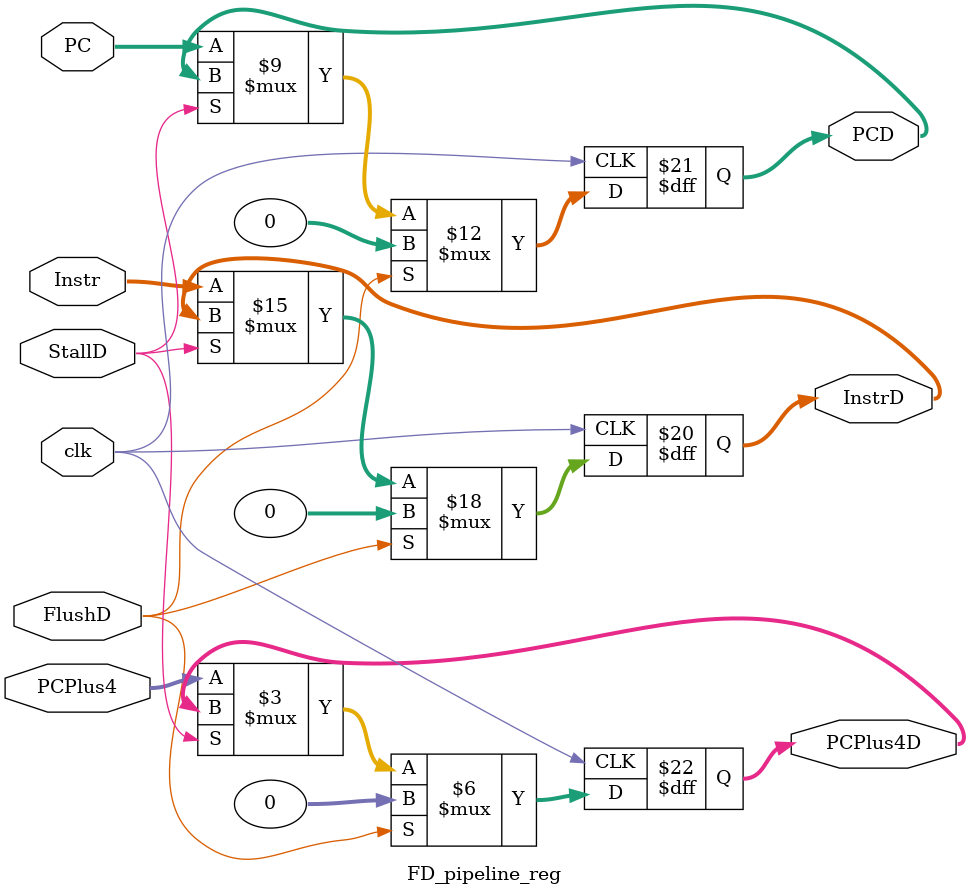
<source format=v>
`timescale 1ns / 1ps


module FD_pipeline_reg(
    input FlushD,clk,StallD,
    input [31:0]Instr,PC,PCPlus4,
    output reg [31:0]InstrD,PCD,PCPlus4D
    );
   always @(posedge clk)
     begin
         if(FlushD)
             begin 
             InstrD <= 0;
             PCD <= 0;
             PCPlus4D <= 0; 
             end
          else
             if(StallD)
                 begin
                      InstrD <= InstrD;
                      PCD <= PCD;
                      PCPlus4D <= PCPlus4D;   
                 end   
              else   
                 begin
                         InstrD <= Instr;
                         PCD <= PC;
                         PCPlus4D <= PCPlus4; 
                 end          
     end  
endmodule

</source>
